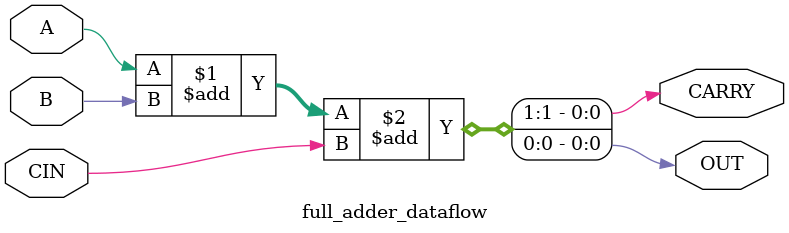
<source format=v>
module full_adder_dataflow (A,B,CIN,CARRY,OUT);
input A,B,CIN;
output CARRY,OUT;
assign {CARRY,OUT}=A+B+CIN;
endmodule 
</source>
